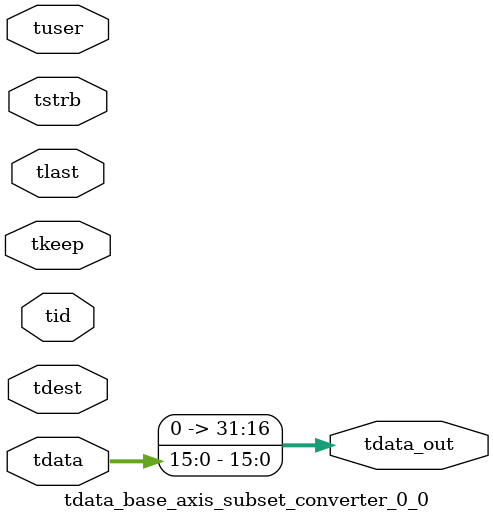
<source format=v>


`timescale 1ps/1ps

module tdata_base_axis_subset_converter_0_0 #
(
parameter C_S_AXIS_TDATA_WIDTH = 32,
parameter C_S_AXIS_TUSER_WIDTH = 0,
parameter C_S_AXIS_TID_WIDTH   = 0,
parameter C_S_AXIS_TDEST_WIDTH = 0,
parameter C_M_AXIS_TDATA_WIDTH = 32
)
(
input  [(C_S_AXIS_TDATA_WIDTH == 0 ? 1 : C_S_AXIS_TDATA_WIDTH)-1:0     ] tdata,
input  [(C_S_AXIS_TUSER_WIDTH == 0 ? 1 : C_S_AXIS_TUSER_WIDTH)-1:0     ] tuser,
input  [(C_S_AXIS_TID_WIDTH   == 0 ? 1 : C_S_AXIS_TID_WIDTH)-1:0       ] tid,
input  [(C_S_AXIS_TDEST_WIDTH == 0 ? 1 : C_S_AXIS_TDEST_WIDTH)-1:0     ] tdest,
input  [(C_S_AXIS_TDATA_WIDTH/8)-1:0 ] tkeep,
input  [(C_S_AXIS_TDATA_WIDTH/8)-1:0 ] tstrb,
input                                                                    tlast,
output [C_M_AXIS_TDATA_WIDTH-1:0] tdata_out
);

assign tdata_out = {tdata[15:0]};

endmodule


</source>
